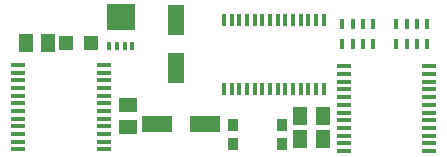
<source format=gbr>
G04 EAGLE Gerber RS-274X export*
G75*
%MOMM*%
%FSLAX34Y34*%
%LPD*%
%INSolderpaste Top*%
%IPPOS*%
%AMOC8*
5,1,8,0,0,1.08239X$1,22.5*%
G01*
%ADD10R,1.250000X0.400000*%
%ADD11R,1.300000X1.500000*%
%ADD12R,2.600000X1.400000*%
%ADD13R,1.400000X2.600000*%
%ADD14R,1.200000X1.200000*%
%ADD15R,0.420000X0.700000*%
%ADD16R,0.450000X1.050000*%
%ADD17R,2.350000X2.250000*%
%ADD18R,0.304800X0.990600*%
%ADD19R,1.500000X1.300000*%
%ADD20R,0.450000X0.900000*%
%ADD21R,0.900000X1.000000*%


D10*
X79320Y128460D03*
X79320Y121960D03*
X79320Y115460D03*
X79320Y108960D03*
X79320Y102460D03*
X79320Y95960D03*
X79320Y89460D03*
X79320Y82960D03*
X79320Y76460D03*
X79320Y69960D03*
X79320Y63460D03*
X79320Y56960D03*
X151820Y69960D03*
X151820Y76460D03*
X151820Y82960D03*
X151820Y89460D03*
X151820Y95960D03*
X151820Y102460D03*
X151820Y108960D03*
X151820Y115460D03*
X151820Y121960D03*
X151820Y128460D03*
X151820Y63460D03*
X151820Y56960D03*
X427410Y55690D03*
X427410Y62190D03*
X427410Y68690D03*
X427410Y75190D03*
X427410Y81690D03*
X427410Y88190D03*
X427410Y94690D03*
X427410Y101190D03*
X427410Y107690D03*
X427410Y114190D03*
X427410Y120690D03*
X427410Y127190D03*
X354910Y114190D03*
X354910Y107690D03*
X354910Y101190D03*
X354910Y94690D03*
X354910Y88190D03*
X354910Y81690D03*
X354910Y75190D03*
X354910Y68690D03*
X354910Y62190D03*
X354910Y55690D03*
X354910Y120690D03*
X354910Y127190D03*
D11*
X337160Y85090D03*
X318160Y85090D03*
D12*
X196670Y78740D03*
X237670Y78740D03*
D13*
X213360Y166550D03*
X213360Y125550D03*
D14*
X120310Y147320D03*
X141310Y147320D03*
D11*
X85750Y147320D03*
X104750Y147320D03*
D15*
X163120Y144290D03*
X156620Y144290D03*
X169620Y144290D03*
X176120Y144290D03*
D16*
X175620Y174540D03*
X163120Y174540D03*
X169620Y174540D03*
X157120Y174540D03*
D17*
X166370Y168790D03*
D18*
X338160Y166338D03*
X331660Y166338D03*
X325160Y166338D03*
X318660Y166338D03*
X312160Y166338D03*
X305660Y166338D03*
X299160Y166338D03*
X292660Y166338D03*
X292660Y107982D03*
X299160Y107982D03*
X305660Y107982D03*
X312160Y107982D03*
X318660Y107982D03*
X325160Y107982D03*
X331660Y107982D03*
X338160Y107982D03*
X286160Y166338D03*
X279660Y166338D03*
X286160Y107982D03*
X279660Y107982D03*
X273160Y166338D03*
X266660Y166338D03*
X260160Y166338D03*
X253660Y166338D03*
X253660Y107982D03*
X260160Y107982D03*
X266660Y107982D03*
X273160Y107982D03*
D19*
X172720Y94590D03*
X172720Y75590D03*
D11*
X337160Y66040D03*
X318160Y66040D03*
D20*
X354030Y163440D03*
X354030Y146440D03*
X363030Y163440D03*
X371030Y163440D03*
X380030Y163440D03*
X380030Y146440D03*
X363030Y146440D03*
X371030Y146440D03*
X425750Y146440D03*
X425750Y163440D03*
X416750Y146440D03*
X408750Y146440D03*
X399750Y146440D03*
X399750Y163440D03*
X416750Y163440D03*
X408750Y163440D03*
D21*
X302440Y77850D03*
X302440Y61850D03*
X261440Y61850D03*
X261440Y77850D03*
M02*

</source>
